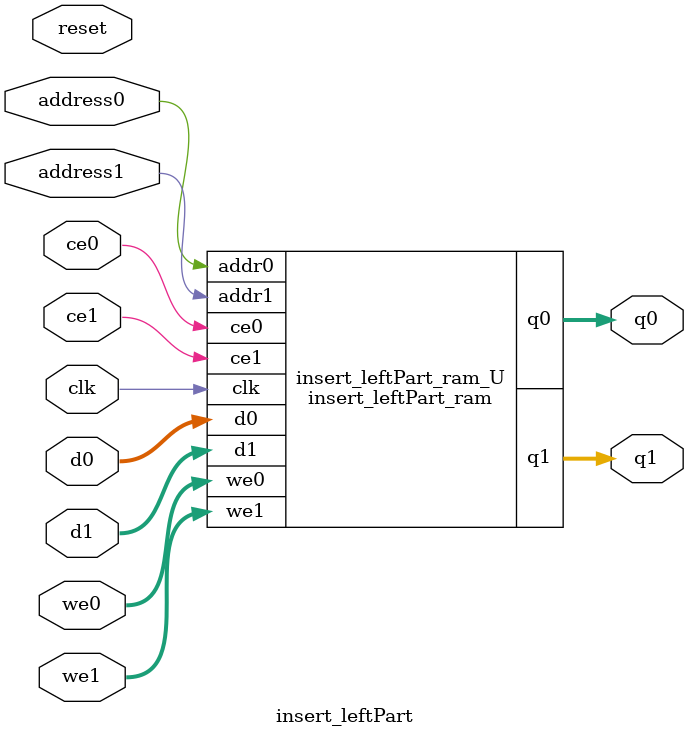
<source format=v>
`timescale 1 ns / 1 ps
module insert_leftPart_ram (addr0, ce0, d0, we0, q0, addr1, ce1, d1, we1, q1,  clk);

parameter DWIDTH = 64;
parameter AWIDTH = 1;
parameter MEM_SIZE = 2;
parameter COL_WIDTH = 8;
parameter NUM_COL = (DWIDTH/COL_WIDTH);

input[AWIDTH-1:0] addr0;
input ce0;
input[DWIDTH-1:0] d0;
input [NUM_COL-1:0] we0;
output reg[DWIDTH-1:0] q0;
input[AWIDTH-1:0] addr1;
input ce1;
input[DWIDTH-1:0] d1;
input [NUM_COL-1:0] we1;
output reg[DWIDTH-1:0] q1;
input clk;

(* ram_style = "block" *)reg [DWIDTH-1:0] ram[0:MEM_SIZE-1];



genvar i;

generate
    for (i=0;i<NUM_COL;i=i+1) begin
        always @(posedge clk) begin
            if (ce0) begin
                if (we0[i]) begin
                    ram[addr0][i*COL_WIDTH +: COL_WIDTH] <= d0[i*COL_WIDTH +: COL_WIDTH]; 
                end
                q0[i*COL_WIDTH +: COL_WIDTH] <= ram[addr0][i*COL_WIDTH +: COL_WIDTH];
            end
        end
    end
endgenerate


generate
    for (i=0;i<NUM_COL;i=i+1) begin
        always @(posedge clk) begin
            if (ce1) begin
                if (we1[i]) begin
                    ram[addr1][i*COL_WIDTH +: COL_WIDTH] <= d1[i*COL_WIDTH +: COL_WIDTH]; 
                end
                q1[i*COL_WIDTH +: COL_WIDTH] <= ram[addr1][i*COL_WIDTH +: COL_WIDTH];
            end
        end
    end
endgenerate


endmodule

`timescale 1 ns / 1 ps
module insert_leftPart(
    reset,
    clk,
    address0,
    ce0,
    we0,
    d0,
    q0,
    address1,
    ce1,
    we1,
    d1,
    q1);

parameter DataWidth = 32'd64;
parameter AddressRange = 32'd2;
parameter AddressWidth = 32'd1;
input reset;
input clk;
input[AddressWidth - 1:0] address0;
input ce0;
input[DataWidth/8 - 1:0] we0;
input[DataWidth - 1:0] d0;
output[DataWidth - 1:0] q0;
input[AddressWidth - 1:0] address1;
input ce1;
input[DataWidth/8 - 1:0] we1;
input[DataWidth - 1:0] d1;
output[DataWidth - 1:0] q1;



insert_leftPart_ram insert_leftPart_ram_U(
    .clk( clk ),
    .addr0( address0 ),
    .ce0( ce0 ),
    .we0( we0 ),
    .d0( d0 ),
    .q0( q0 ),
    .addr1( address1 ),
    .ce1( ce1 ),
    .we1( we1 ),
    .d1( d1 ),
    .q1( q1 ));

endmodule


</source>
